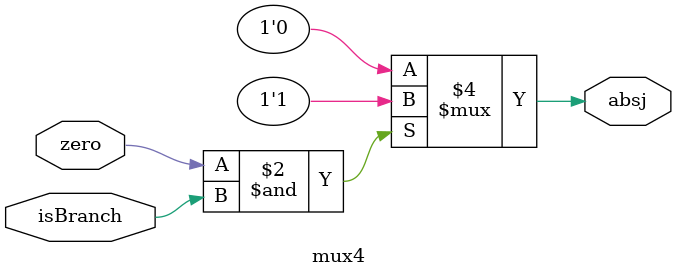
<source format=sv>
module mux4 (
  input zero,
  input isBranch,   
  output logic absj);


always_comb begin
  if (zero & isBranch) begin 
    absj = 1'b1;
  end
  else begin
	 absj = 1'b0;
  end
end
 endmodule
</source>
